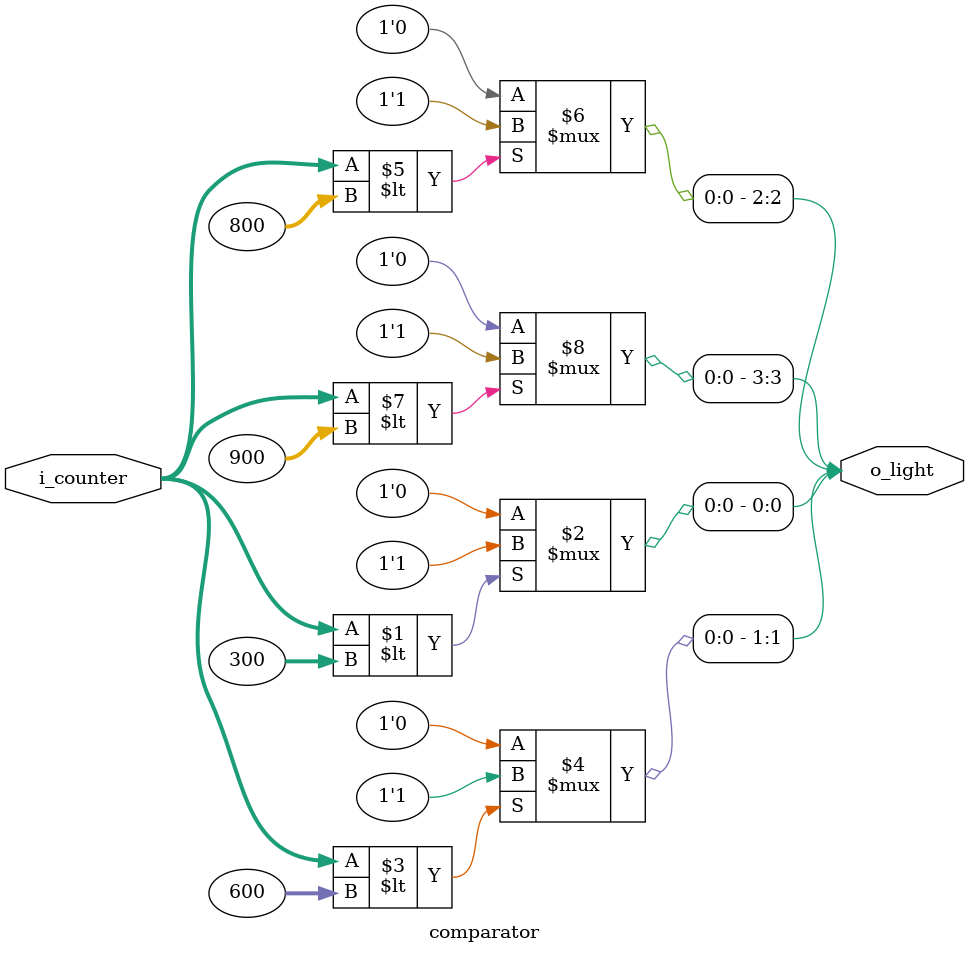
<source format=v>
`timescale 1ns / 1ps

module comparator(
        input [9:0] i_counter, //0~999 counter
        output [3:0] o_light
    );

    assign o_light[0] = (i_counter < 300) ? 1'b1 : 1'b0;
    assign o_light[1] = (i_counter < 600) ? 1'b1 : 1'b0;
    assign o_light[2] = (i_counter < 800) ? 1'b1 : 1'b0;
    assign o_light[3] = (i_counter < 900) ? 1'b1 : 1'b0;


endmodule

</source>
